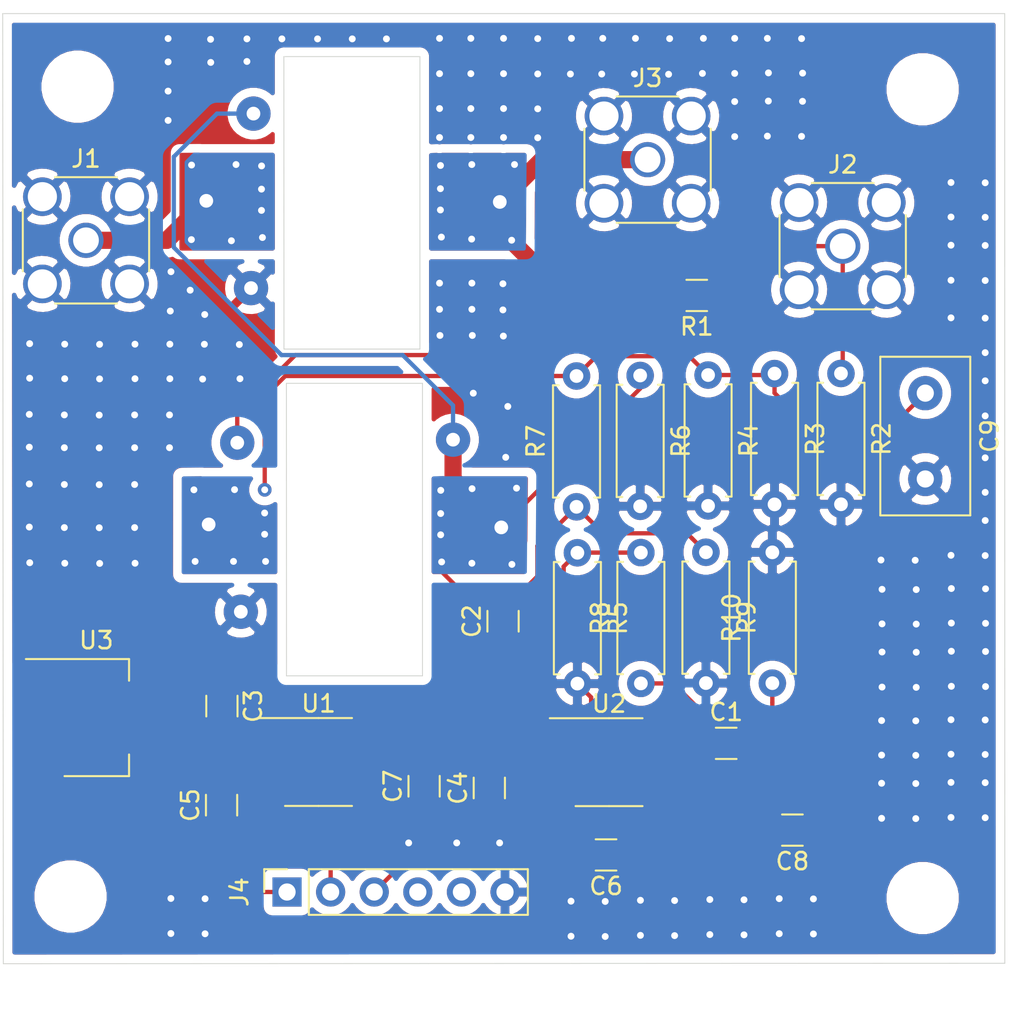
<source format=kicad_pcb>
(kicad_pcb (version 20171130) (host pcbnew "(5.1.5)-3")
  (layers (0 F.Cu signal) (31 B.Cu signal) (34 B.Paste user) (35 F.Paste user) (36 B.SilkS user) (37 F.SilkS user) (38 B.Mask user) (39 F.Mask user) (44 Edge.Cuts user))
  (net 0 "")
  (net 1 "Net-(C1-Pad2)")
  (net 2 "Net-(C1-Pad1)")
  (net 3 "Net-(C2-Pad1)")
  (net 4 "Net-(C2-Pad2)")
  (net 5 GND)
  (net 6 "Net-(C3-Pad2)")
  (net 7 "Net-(C4-Pad2)")
  (net 8 "Net-(C5-Pad2)")
  (net 9 "Net-(C6-Pad2)")
  (net 10 V33)
  (net 11 "Net-(J1-Pad1)")
  (net 12 "Net-(J2-Pad1)")
  (net 13 "Net-(J3-Pad1)")
  (net 14 "Net-(R3-Pad1)")
  (net 15 "Net-(R5-Pad1)")
  (net 16 "Net-(U1-Pad5)")
  (net 17 "Net-(U1-Pad3)")
  (net 18 "Net-(U2-Pad3)")
  (net 19 "Net-(U2-Pad5)")
  (net 20 "Net-(J4-Pad4)")
  (net 21 "Net-(J4-Pad5)")
  (net 22 "Net-(J4-Pad1)")
  (net 23 "Net-(C9-Pad1)")
  (module Capacitor_THT:C_Disc_D9.0mm_W5.0mm_P5.00mm (layer F.Cu) (at 74 44 270)
    (fp_text reference C9 (at 2.5 -3.75 90) (layer F.SilkS))
    (fp_text value 100n)
    (pad 2 thru_hole circle (at 5 0 270) (size 2 2) (drill 1) (layers *.Cu *.Mask) (net 5 GND))
    (pad 1 thru_hole circle (at 0 0 270) (size 2 2) (drill 1) (layers *.Cu *.Mask) (net 23 "Net-(C9-Pad1)"))
  )
  (module Package_TO_SOT_SMD:SOT-223-3_TabPin2 (layer F.Cu) (at 25.7 62.9)
    (fp_text reference U3 (at 0 -4.5) (layer F.SilkS))
    (fp_text value AMS1117-3.3)
    (pad 1 smd rect (at -3.15 -2.3) (size 2 1.5) (layers F.Cu F.Paste F.Mask) (net 5 GND))
    (pad 3 smd rect (at -3.15 2.3) (size 2 1.5) (layers F.Cu F.Paste F.Mask) (net 22 "Net-(J4-Pad1)"))
    (pad 2 smd rect (at -3.15 0) (size 2 1.5) (layers F.Cu F.Paste F.Mask) (net 10 V33))
    (pad 2 smd rect (at 3.15 0) (size 2 3.8) (layers F.Cu F.Paste F.Mask) (net 10 V33))
  )
  (module Resistor_SMD:R_1206_3216Metric_Pad1.42x1.75mm_HandSolder (layer F.Cu) (at 60.68568 38.30828 180)
    (fp_text reference R1 (at 0 -1.82) (layer F.SilkS))
    (fp_text value 22k)
    (pad 2 smd roundrect (at 1.4875 0 180) (size 1.425 1.75) (layers F.Cu F.Paste F.Mask) (roundrect_rratio 0.175439) (net 13 "Net-(J3-Pad1)"))
    (pad 1 smd roundrect (at -1.4875 0 180) (size 1.425 1.75) (layers F.Cu F.Paste F.Mask) (roundrect_rratio 0.175439) (net 12 "Net-(J2-Pad1)"))
  )
  (module Capacitor_SMD:C_1206_3216Metric_Pad1.42x1.75mm_HandSolder (layer F.Cu) (at 66.25844 69.45376 180)
    (fp_text reference C8 (at 0 -1.82) (layer F.SilkS))
    (fp_text value 100n)
    (pad 2 smd roundrect (at 1.4875 0 180) (size 1.425 1.75) (layers F.Cu F.Paste F.Mask) (roundrect_rratio 0.175439) (net 10 V33))
    (pad 1 smd roundrect (at -1.4875 0 180) (size 1.425 1.75) (layers F.Cu F.Paste F.Mask) (roundrect_rratio 0.175439) (net 5 GND))
  )
  (module Capacitor_SMD:C_1206_3216Metric_Pad1.42x1.75mm_HandSolder (layer F.Cu) (at 44.8 66.9 90)
    (fp_text reference C7 (at 0 -1.82 90) (layer F.SilkS))
    (fp_text value 100n)
    (pad 2 smd roundrect (at 1.4875 0 90) (size 1.425 1.75) (layers F.Cu F.Paste F.Mask) (roundrect_rratio 0.175439) (net 10 V33))
    (pad 1 smd roundrect (at -1.4875 0 90) (size 1.425 1.75) (layers F.Cu F.Paste F.Mask) (roundrect_rratio 0.175439) (net 5 GND))
  )
  (module Capacitor_SMD:C_1206_3216Metric_Pad1.42x1.75mm_HandSolder (layer F.Cu) (at 55.4 70.9 180)
    (fp_text reference C6 (at 0 -1.82) (layer F.SilkS))
    (fp_text value 10n)
    (pad 2 smd roundrect (at 1.4875 0 180) (size 1.425 1.75) (layers F.Cu F.Paste F.Mask) (roundrect_rratio 0.175439) (net 9 "Net-(C6-Pad2)"))
    (pad 1 smd roundrect (at -1.4875 0 180) (size 1.425 1.75) (layers F.Cu F.Paste F.Mask) (roundrect_rratio 0.175439) (net 5 GND))
  )
  (module Capacitor_SMD:C_1206_3216Metric_Pad1.42x1.75mm_HandSolder (layer F.Cu) (at 33 68 90)
    (fp_text reference C5 (at 0 -1.82 90) (layer F.SilkS))
    (fp_text value 100n)
    (pad 2 smd roundrect (at 1.4875 0 90) (size 1.425 1.75) (layers F.Cu F.Paste F.Mask) (roundrect_rratio 0.175439) (net 8 "Net-(C5-Pad2)"))
    (pad 1 smd roundrect (at -1.4875 0 90) (size 1.425 1.75) (layers F.Cu F.Paste F.Mask) (roundrect_rratio 0.175439) (net 5 GND))
  )
  (module Capacitor_SMD:C_1206_3216Metric_Pad1.42x1.75mm_HandSolder (layer F.Cu) (at 48.6 67 90)
    (fp_text reference C4 (at 0 -1.82 90) (layer F.SilkS))
    (fp_text value 100n)
    (pad 2 smd roundrect (at 1.4875 0 90) (size 1.425 1.75) (layers F.Cu F.Paste F.Mask) (roundrect_rratio 0.175439) (net 7 "Net-(C4-Pad2)"))
    (pad 1 smd roundrect (at -1.4875 0 90) (size 1.425 1.75) (layers F.Cu F.Paste F.Mask) (roundrect_rratio 0.175439) (net 5 GND))
  )
  (module Capacitor_SMD:C_1206_3216Metric_Pad1.42x1.75mm_HandSolder (layer F.Cu) (at 33.02 62.23 270)
    (fp_text reference C3 (at 0 -1.82 90) (layer F.SilkS))
    (fp_text value 100n)
    (pad 2 smd roundrect (at 1.4875 0 270) (size 1.425 1.75) (layers F.Cu F.Paste F.Mask) (roundrect_rratio 0.175439) (net 6 "Net-(C3-Pad2)"))
    (pad 1 smd roundrect (at -1.4875 0 270) (size 1.425 1.75) (layers F.Cu F.Paste F.Mask) (roundrect_rratio 0.175439) (net 5 GND))
  )
  (module Capacitor_SMD:C_1206_3216Metric_Pad1.42x1.75mm_HandSolder (layer F.Cu) (at 49.4 57.2875 90)
    (fp_text reference C2 (at 0 -1.82 90) (layer F.SilkS))
    (fp_text value 100n)
    (pad 2 smd roundrect (at 1.4875 0 90) (size 1.425 1.75) (layers F.Cu F.Paste F.Mask) (roundrect_rratio 0.175439) (net 4 "Net-(C2-Pad2)"))
    (pad 1 smd roundrect (at -1.4875 0 90) (size 1.425 1.75) (layers F.Cu F.Paste F.Mask) (roundrect_rratio 0.175439) (net 3 "Net-(C2-Pad1)"))
  )
  (module Capacitor_SMD:C_1206_3216Metric_Pad1.42x1.75mm_HandSolder (layer F.Cu) (at 62.4 64.4)
    (fp_text reference C1 (at 0 -1.82) (layer F.SilkS))
    (fp_text value 100n)
    (pad 2 smd roundrect (at 1.4875 0) (size 1.425 1.75) (layers F.Cu F.Paste F.Mask) (roundrect_rratio 0.175439) (net 1 "Net-(C1-Pad2)"))
    (pad 1 smd roundrect (at -1.4875 0) (size 1.425 1.75) (layers F.Cu F.Paste F.Mask) (roundrect_rratio 0.175439) (net 2 "Net-(C1-Pad1)"))
  )
  (module Connector_Wire:SolderWirePad_1x01_Drill0.8mm (layer F.Cu) (at 46.48708 46.7106)
    (fp_text reference " " (at 0 -2.54) (layer F.SilkS))
    (fp_text value " ")
    (pad 1 thru_hole circle (at 0 0) (size 1.99898 1.99898) (drill 0.8001) (layers *.Cu *.Mask) (net 15 "Net-(R5-Pad1)"))
  )
  (module Connector_Wire:SolderWirePad_1x01_Drill0.8mm (layer F.Cu) (at 34.85896 27.71648)
    (fp_text reference " " (at 0 -2.54) (layer F.SilkS))
    (fp_text value " ")
    (pad 1 thru_hole circle (at 0 0) (size 1.99898 1.99898) (drill 0.8001) (layers *.Cu *.Mask) (net 15 "Net-(R5-Pad1)"))
  )
  (module Connector_Wire:SolderWirePad_1x01_Drill0.8mm (layer F.Cu) (at 34.71672 37.88156)
    (fp_text reference " " (at 0 -2.54) (layer F.SilkS))
    (fp_text value " ")
    (pad 1 thru_hole circle (at 0 0) (size 1.99898 1.99898) (drill 0.8001) (layers *.Cu *.Mask) (net 5 GND))
  )
  (module Connector_Wire:SolderWirePad_1x01_Drill0.8mm (layer F.Cu) (at 33.91408 46.8884)
    (fp_text reference " " (at 0 -2.54) (layer F.SilkS))
    (fp_text value " ")
    (pad 1 thru_hole circle (at 0 0) (size 1.99898 1.99898) (drill 0.8001) (layers *.Cu *.Mask) (net 13 "Net-(J3-Pad1)"))
  )
  (module Connector_Wire:SolderWirePad_1x01_Drill0.8mm (layer F.Cu) (at 34.12236 56.73344)
    (fp_text reference " " (at 0 -2.54) (layer F.SilkS))
    (fp_text value " ")
    (pad 1 thru_hole circle (at 0 0) (size 1.99898 1.99898) (drill 0.8001) (layers *.Cu *.Mask) (net 5 GND))
  )
  (module Connector_Wire:SolderWirePad_1x01_Drill0.8mm (layer F.Cu) (at 32.11068 32.79648)
    (fp_text reference " " (at 0 -2.54) (layer F.SilkS))
    (fp_text value " ")
    (pad 1 thru_hole circle (at 0 0) (size 1.99898 1.99898) (drill 0.8001) (layers *.Cu *.Mask) (net 11 "Net-(J1-Pad1)"))
  )
  (module Connector_Wire:SolderWirePad_1x01_Drill0.8mm (layer F.Cu) (at 32.24784 51.64836)
    (fp_text reference " " (at 0 -2.54) (layer F.SilkS))
    (fp_text value " ")
    (pad 1 thru_hole circle (at 0 0) (size 1.99898 1.99898) (drill 0.8001) (layers *.Cu *.Mask) (net 14 "Net-(R3-Pad1)"))
  )
  (module Connector_Wire:SolderWirePad_1x01_Drill0.8mm (layer F.Cu) (at 49.29632 51.82108)
    (fp_text reference " " (at 0 -2.54) (layer F.SilkS))
    (fp_text value " ")
    (pad 1 thru_hole circle (at 0 0) (size 1.99898 1.99898) (drill 0.8001) (layers *.Cu *.Mask) (net 15 "Net-(R5-Pad1)"))
  )
  (module Connector_Wire:SolderWirePad_1x01_Drill0.8mm (layer F.Cu) (at 49.20996 32.86252)
    (fp_text reference " " (at 0 -2.54) (layer F.SilkS))
    (fp_text value " ")
    (pad 1 thru_hole circle (at 0 0) (size 1.99898 1.99898) (drill 0.8001) (layers *.Cu *.Mask) (net 13 "Net-(J3-Pad1)"))
  )
  (module MountingHole:MountingHole_3.2mm_M3 (layer F.Cu) (at 73.84796 26.29916)
    (fp_text reference " " (at 0 -4.2) (layer F.SilkS))
    (fp_text value " ")
    (pad 1 np_thru_hole circle (at 0 0) (size 3.2 3.2) (drill 3.2) (layers *.Cu *.Mask))
  )
  (module MountingHole:MountingHole_3.2mm_M3 (layer F.Cu) (at 73.84796 73.41108)
    (fp_text reference " " (at 0 -4.2) (layer F.SilkS))
    (fp_text value " ")
    (pad 1 np_thru_hole circle (at 0 0) (size 3.2 3.2) (drill 3.2) (layers *.Cu *.Mask))
  )
  (module MountingHole:MountingHole_3.2mm_M3 (layer F.Cu) (at 24.20112 73.31964)
    (fp_text reference " " (at 0 -4.2) (layer F.SilkS))
    (fp_text value " ")
    (pad 1 np_thru_hole circle (at 0 0) (size 3.2 3.2) (drill 3.2) (layers *.Cu *.Mask))
  )
  (module MountingHole:MountingHole_3.2mm_M3 (layer F.Cu) (at 24.6126 26.14676)
    (fp_text reference " " (at 0 -4.2) (layer F.SilkS))
    (fp_text value " ")
    (pad 1 np_thru_hole circle (at 0 0) (size 3.2 3.2) (drill 3.2) (layers *.Cu *.Mask))
  )
  (module Resistor_THT:R_Axial_DIN0207_L6.3mm_D2.5mm_P7.62mm_Horizontal (layer F.Cu) (at 65.09004 60.89396 90)
    (fp_text reference R10 (at 3.81 -2.37 90) (layer F.SilkS))
    (fp_text value 24)
    (pad 2 thru_hole oval (at 7.62 0 90) (size 1.6 1.6) (drill 0.8) (layers *.Cu *.Mask) (net 5 GND))
    (pad 1 thru_hole circle (at 0 0 90) (size 1.6 1.6) (drill 0.8) (layers *.Cu *.Mask) (net 1 "Net-(C1-Pad2)"))
  )
  (module Resistor_THT:R_Axial_DIN0207_L6.3mm_D2.5mm_P7.62mm_Horizontal (layer F.Cu) (at 61.21908 53.26888 270)
    (fp_text reference R9 (at 3.81 -2.37 90) (layer F.SilkS))
    (fp_text value 24)
    (pad 2 thru_hole oval (at 7.62 0 270) (size 1.6 1.6) (drill 0.8) (layers *.Cu *.Mask) (net 5 GND))
    (pad 1 thru_hole circle (at 0 0 270) (size 1.6 1.6) (drill 0.8) (layers *.Cu *.Mask) (net 4 "Net-(C2-Pad2)"))
  )
  (module Resistor_THT:R_Axial_DIN0207_L6.3mm_D2.5mm_P7.62mm_Horizontal (layer F.Cu) (at 57.4294 60.9092 90)
    (fp_text reference R8 (at 3.81 -2.37 90) (layer F.SilkS))
    (fp_text value 127)
    (pad 2 thru_hole oval (at 7.62 0 90) (size 1.6 1.6) (drill 0.8) (layers *.Cu *.Mask) (net 15 "Net-(R5-Pad1)"))
    (pad 1 thru_hole circle (at 0 0 90) (size 1.6 1.6) (drill 0.8) (layers *.Cu *.Mask) (net 1 "Net-(C1-Pad2)"))
  )
  (module Resistor_THT:R_Axial_DIN0207_L6.3mm_D2.5mm_P7.62mm_Horizontal (layer F.Cu) (at 53.68036 50.6222 90)
    (fp_text reference R7 (at 3.81 -2.37 90) (layer F.SilkS))
    (fp_text value 127)
    (pad 2 thru_hole oval (at 7.62 0 90) (size 1.6 1.6) (drill 0.8) (layers *.Cu *.Mask) (net 23 "Net-(C9-Pad1)"))
    (pad 1 thru_hole circle (at 0 0 90) (size 1.6 1.6) (drill 0.8) (layers *.Cu *.Mask) (net 4 "Net-(C2-Pad2)"))
  )
  (module Resistor_THT:R_Axial_DIN0207_L6.3mm_D2.5mm_P7.62mm_Horizontal (layer F.Cu) (at 57.38876 42.97172 270)
    (fp_text reference R6 (at 3.81 -2.37 90) (layer F.SilkS))
    (fp_text value 150)
    (pad 2 thru_hole oval (at 7.62 0 270) (size 1.6 1.6) (drill 0.8) (layers *.Cu *.Mask) (net 5 GND))
    (pad 1 thru_hole circle (at 0 0 270) (size 1.6 1.6) (drill 0.8) (layers *.Cu *.Mask) (net 15 "Net-(R5-Pad1)"))
  )
  (module Resistor_THT:R_Axial_DIN0207_L6.3mm_D2.5mm_P7.62mm_Horizontal (layer F.Cu) (at 53.73116 53.29936 270)
    (fp_text reference R5 (at 3.81 -2.37 90) (layer F.SilkS))
    (fp_text value 150)
    (pad 2 thru_hole oval (at 7.62 0 270) (size 1.6 1.6) (drill 0.8) (layers *.Cu *.Mask) (net 5 GND))
    (pad 1 thru_hole circle (at 0 0 270) (size 1.6 1.6) (drill 0.8) (layers *.Cu *.Mask) (net 15 "Net-(R5-Pad1)"))
  )
  (module Resistor_THT:R_Axial_DIN0207_L6.3mm_D2.5mm_P7.62mm_Horizontal (layer F.Cu) (at 61.34608 42.94632 270)
    (fp_text reference R4 (at 3.81 -2.37 90) (layer F.SilkS))
    (fp_text value 150)
    (pad 2 thru_hole oval (at 7.62 0 270) (size 1.6 1.6) (drill 0.8) (layers *.Cu *.Mask) (net 5 GND))
    (pad 1 thru_hole circle (at 0 0 270) (size 1.6 1.6) (drill 0.8) (layers *.Cu *.Mask) (net 23 "Net-(C9-Pad1)"))
  )
  (module Resistor_THT:R_Axial_DIN0207_L6.3mm_D2.5mm_P7.62mm_Horizontal (layer F.Cu) (at 65.21704 42.85996 270)
    (fp_text reference R3 (at 3.81 -2.37 90) (layer F.SilkS))
    (fp_text value 150)
    (pad 2 thru_hole oval (at 7.62 0 270) (size 1.6 1.6) (drill 0.8) (layers *.Cu *.Mask) (net 5 GND))
    (pad 1 thru_hole circle (at 0 0 270) (size 1.6 1.6) (drill 0.8) (layers *.Cu *.Mask) (net 23 "Net-(C9-Pad1)"))
  )
  (module Resistor_THT:R_Axial_DIN0207_L6.3mm_D2.5mm_P7.62mm_Horizontal (layer F.Cu) (at 69.088 42.85488 270)
    (fp_text reference R2 (at 3.81 -2.37 90) (layer F.SilkS))
    (fp_text value 2.2k)
    (pad 2 thru_hole oval (at 7.62 0 270) (size 1.6 1.6) (drill 0.8) (layers *.Cu *.Mask) (net 5 GND))
    (pad 1 thru_hole circle (at 0 0 270) (size 1.6 1.6) (drill 0.8) (layers *.Cu *.Mask) (net 12 "Net-(J2-Pad1)"))
  )
  (module Connector_Coaxial:SMA_Amphenol_132134_Vertical (layer F.Cu) (at 69.1896 35.43808)
    (fp_text reference J2 (at 0 -4.75) (layer F.SilkS))
    (fp_text value Probe)
    (pad 1 thru_hole circle (at 0 0) (size 2.05 2.05) (drill 1.5) (layers *.Cu *.Mask) (net 12 "Net-(J2-Pad1)"))
    (pad 2 thru_hole circle (at 2.54 2.54) (size 2.25 2.25) (drill 1.7) (layers *.Cu *.Mask) (net 5 GND))
    (pad 2 thru_hole circle (at 2.54 -2.54) (size 2.25 2.25) (drill 1.7) (layers *.Cu *.Mask) (net 5 GND))
    (pad 2 thru_hole circle (at -2.54 -2.54) (size 2.25 2.25) (drill 1.7) (layers *.Cu *.Mask) (net 5 GND))
    (pad 2 thru_hole circle (at -2.54 2.54) (size 2.25 2.25) (drill 1.7) (layers *.Cu *.Mask) (net 5 GND))
  )
  (module Connector_Coaxial:SMA_Amphenol_132134_Vertical (layer F.Cu) (at 57.82056 30.39872)
    (fp_text reference J3 (at 0 -4.75) (layer F.SilkS))
    (fp_text value Ant)
    (pad 2 thru_hole circle (at -2.54 2.54) (size 2.25 2.25) (drill 1.7) (layers *.Cu *.Mask) (net 5 GND))
    (pad 2 thru_hole circle (at -2.54 -2.54) (size 2.25 2.25) (drill 1.7) (layers *.Cu *.Mask) (net 5 GND))
    (pad 2 thru_hole circle (at 2.54 -2.54) (size 2.25 2.25) (drill 1.7) (layers *.Cu *.Mask) (net 5 GND))
    (pad 2 thru_hole circle (at 2.54 2.54) (size 2.25 2.25) (drill 1.7) (layers *.Cu *.Mask) (net 5 GND))
    (pad 1 thru_hole circle (at 0 0) (size 2.05 2.05) (drill 1.5) (layers *.Cu *.Mask) (net 13 "Net-(J3-Pad1)"))
  )
  (module Package_SO:SOIC-8_3.9x4.9mm_P1.27mm (layer F.Cu) (at 38.64864 65.48628)
    (fp_text reference U1 (at 0 -3.4) (layer F.SilkS))
    (fp_text value AD8307)
    (pad 8 smd roundrect (at 2.475 -1.905) (size 1.95 0.6) (layers F.Cu F.Paste F.Mask) (net 3 "Net-(C2-Pad1)"))
    (pad 7 smd roundrect (at 2.475 -0.635) (size 1.95 0.6) (layers F.Cu F.Paste F.Mask) (net 10 V33))
    (pad 6 smd roundrect (at 2.475 0.635) (size 1.95 0.6) (layers F.Cu F.Paste F.Mask) (net 10 V33))
    (pad 5 smd roundrect (at 2.475 1.905) (size 1.95 0.6) (layers F.Cu F.Paste F.Mask) (net 16 "Net-(U1-Pad5)"))
    (pad 4 smd roundrect (at -2.475 1.905) (size 1.95 0.6) (layers F.Cu F.Paste F.Mask) (net 8 "Net-(C5-Pad2)"))
    (pad 3 smd roundrect (at -2.475 0.635) (size 1.95 0.6) (layers F.Cu F.Paste F.Mask) (net 17 "Net-(U1-Pad3)"))
    (pad 2 smd roundrect (at -2.475 -0.635) (size 1.95 0.6) (layers F.Cu F.Paste F.Mask) (net 5 GND))
    (pad 1 smd roundrect (at -2.475 -1.905) (size 1.95 0.6) (layers F.Cu F.Paste F.Mask) (net 6 "Net-(C3-Pad2)"))
  )
  (module Package_SO:SOIC-8_3.9x4.9mm_P1.27mm (layer F.Cu) (at 55.5752 65.49644)
    (fp_text reference U2 (at 0 -3.4) (layer F.SilkS))
    (fp_text value AD8307)
    (pad 1 smd roundrect (at -2.475 -1.905) (size 1.95 0.6) (layers F.Cu F.Paste F.Mask) (net 7 "Net-(C4-Pad2)"))
    (pad 2 smd roundrect (at -2.475 -0.635) (size 1.95 0.6) (layers F.Cu F.Paste F.Mask) (net 5 GND))
    (pad 3 smd roundrect (at -2.475 0.635) (size 1.95 0.6) (layers F.Cu F.Paste F.Mask) (net 18 "Net-(U2-Pad3)"))
    (pad 4 smd roundrect (at -2.475 1.905) (size 1.95 0.6) (layers F.Cu F.Paste F.Mask) (net 9 "Net-(C6-Pad2)"))
    (pad 5 smd roundrect (at 2.475 1.905) (size 1.95 0.6) (layers F.Cu F.Paste F.Mask) (net 19 "Net-(U2-Pad5)"))
    (pad 6 smd roundrect (at 2.475 0.635) (size 1.95 0.6) (layers F.Cu F.Paste F.Mask) (net 10 V33))
    (pad 7 smd roundrect (at 2.475 -0.635) (size 1.95 0.6) (layers F.Cu F.Paste F.Mask) (net 10 V33))
    (pad 8 smd roundrect (at 2.475 -1.905) (size 1.95 0.6) (layers F.Cu F.Paste F.Mask) (net 2 "Net-(C1-Pad1)"))
  )
  (module Connector_Coaxial:SMA_Amphenol_132134_Vertical (layer F.Cu) (at 25.10028 35.09772)
    (fp_text reference J1 (at 0 -4.75) (layer F.SilkS))
    (fp_text value TX)
    (pad 1 thru_hole circle (at 0 0) (size 2.05 2.05) (drill 1.5) (layers *.Cu *.Mask) (net 11 "Net-(J1-Pad1)"))
    (pad 2 thru_hole circle (at 2.54 2.54) (size 2.25 2.25) (drill 1.7) (layers *.Cu *.Mask) (net 5 GND))
    (pad 2 thru_hole circle (at 2.54 -2.54) (size 2.25 2.25) (drill 1.7) (layers *.Cu *.Mask) (net 5 GND))
    (pad 2 thru_hole circle (at -2.54 -2.54) (size 2.25 2.25) (drill 1.7) (layers *.Cu *.Mask) (net 5 GND))
    (pad 2 thru_hole circle (at -2.54 2.54) (size 2.25 2.25) (drill 1.7) (layers *.Cu *.Mask) (net 5 GND))
  )
  (module Connector_PinSocket_2.54mm:PinSocket_1x06_P2.54mm_Vertical (layer F.Cu) (at 36.81476 73.06056 90)
    (fp_text reference J4 (at 0 -2.77 90) (layer F.SilkS))
    (fp_text value Conn_01x06_Female)
    (pad 1 thru_hole rect (at 0 0 90) (size 1.7 1.7) (drill 1) (layers *.Cu *.Mask) (net 22 "Net-(J4-Pad1)"))
    (pad 2 thru_hole oval (at 0 2.54 90) (size 1.7 1.7) (drill 1) (layers *.Cu *.Mask) (net 8 "Net-(C5-Pad2)"))
    (pad 3 thru_hole oval (at 0 5.08 90) (size 1.7 1.7) (drill 1) (layers *.Cu *.Mask) (net 9 "Net-(C6-Pad2)"))
    (pad 4 thru_hole oval (at 0 7.62 90) (size 1.7 1.7) (drill 1) (layers *.Cu *.Mask) (net 20 "Net-(J4-Pad4)"))
    (pad 5 thru_hole oval (at 0 10.16 90) (size 1.7 1.7) (drill 1) (layers *.Cu *.Mask) (net 21 "Net-(J4-Pad5)"))
    (pad 6 thru_hole oval (at 0 12.7 90) (size 1.7 1.7) (drill 1) (layers *.Cu *.Mask) (net 5 GND))
  )
  (gr_line (start 36.7792 43.42892) (end 36.78428 60.46724) (layer Edge.Cuts) (width 0.05))
  (gr_line (start 44.704 60.46724) (end 44.704 43.42892) (layer Edge.Cuts) (width 0.05))
  (gr_line (start 44.704 43.42892) (end 36.7792 43.42892) (layer Edge.Cuts) (width 0.05))
  (gr_line (start 36.78428 60.46724) (end 44.704 60.46724) (layer Edge.Cuts) (width 0.05))
  (gr_line (start 44.55668 24.39416) (end 36.63188 24.39416) (layer Edge.Cuts) (width 0.05))
  (gr_line (start 44.55668 41.43248) (end 44.55668 24.39416) (layer Edge.Cuts) (width 0.05))
  (gr_line (start 36.63696 41.43248) (end 44.55668 41.43248) (layer Edge.Cuts) (width 0.05))
  (gr_line (start 36.63188 24.39416) (end 36.63696 41.43248) (layer Edge.Cuts) (width 0.05))
  (gr_line (start 20.28444 77.23632) (end 20.24888 21.88972) (layer Edge.Cuts) (width 0.05))
  (gr_line (start 78.63332 77.21092) (end 20.28444 77.23632) (layer Edge.Cuts) (width 0.05))
  (gr_line (start 78.62824 21.88972) (end 78.63332 77.21092) (layer Edge.Cuts) (width 0.05))
  (gr_line (start 20.24888 21.88972) (end 78.62824 21.88972) (layer Edge.Cuts) (width 0.05))
  (segment (start 65.09004 62.02533) (end 65.09004 60.89396) (width 0.25) (layer F.Cu) (net 1))
  (segment (start 65.09004 63.90996) (end 65.09004 62.02533) (width 0.25) (layer F.Cu) (net 1))
  (segment (start 64.6 64.4) (end 65.09004 63.90996) (width 0.25) (layer F.Cu) (net 1))
  (segment (start 63.8875 64.4) (end 64.6 64.4) (width 0.25) (layer F.Cu) (net 1))
  (segment (start 63.175 64.4) (end 63.8875 64.4) (width 0.25) (layer F.Cu) (net 1))
  (segment (start 62.81319 64.4) (end 63.175 64.4) (width 0.25) (layer F.Cu) (net 1))
  (segment (start 59.32239 60.9092) (end 62.81319 64.4) (width 0.25) (layer F.Cu) (net 1))
  (segment (start 57.4294 60.9092) (end 59.32239 60.9092) (width 0.25) (layer F.Cu) (net 1))
  (segment (start 60.2 64.4) (end 60.9125 64.4) (width 0.25) (layer F.Cu) (net 2))
  (segment (start 59.69144 63.89144) (end 60.2 64.4) (width 0.25) (layer F.Cu) (net 2))
  (segment (start 58.3502 63.89144) (end 59.69144 63.89144) (width 0.25) (layer F.Cu) (net 2))
  (segment (start 58.0502 63.59144) (end 58.3502 63.89144) (width 0.25) (layer F.Cu) (net 2))
  (segment (start 49.4 59.4875) (end 49.4 58.775) (width 0.25) (layer F.Cu) (net 3))
  (segment (start 41.42364 63.28128) (end 45.60622 63.28128) (width 0.25) (layer F.Cu) (net 3))
  (segment (start 45.60622 63.28128) (end 49.4 59.4875) (width 0.25) (layer F.Cu) (net 3))
  (segment (start 41.12364 63.58128) (end 41.42364 63.28128) (width 0.25) (layer F.Cu) (net 3))
  (segment (start 60.419081 52.468881) (end 61.21908 53.26888) (width 0.25) (layer F.Cu) (net 4))
  (segment (start 60.114399 52.164199) (end 60.419081 52.468881) (width 0.25) (layer F.Cu) (net 4))
  (segment (start 55.222359 52.164199) (end 60.114399 52.164199) (width 0.25) (layer F.Cu) (net 4))
  (segment (start 53.68036 50.6222) (end 55.222359 52.164199) (width 0.25) (layer F.Cu) (net 4))
  (segment (start 50.275 55.8) (end 51.4 54.675) (width 0.25) (layer F.Cu) (net 4))
  (segment (start 49.4 55.8) (end 50.275 55.8) (width 0.25) (layer F.Cu) (net 4))
  (segment (start 51.4 54.675) (end 51.4 52.90256) (width 0.25) (layer F.Cu) (net 4))
  (segment (start 51.4 52.90256) (end 53.68036 50.6222) (width 0.25) (layer F.Cu) (net 4))
  (segment (start 54.531159 63.807249) (end 54.531159 61.719359) (width 0.25) (layer F.Cu) (net 5))
  (segment (start 53.776968 64.56144) (end 54.531159 63.807249) (width 0.25) (layer F.Cu) (net 5))
  (segment (start 53.4002 64.56144) (end 53.776968 64.56144) (width 0.25) (layer F.Cu) (net 5))
  (segment (start 54.531159 61.719359) (end 53.73116 60.91936) (width 0.25) (layer F.Cu) (net 5))
  (segment (start 53.1002 64.86144) (end 53.4002 64.56144) (width 0.25) (layer F.Cu) (net 5))
  (via (at 45.72508 40.64) (size 0.8) (drill 0.4) (layers F.Cu B.Cu) (net 5))
  (via (at 45.69968 39.116) (size 0.8) (drill 0.4) (layers F.Cu B.Cu) (net 5))
  (via (at 45.69968 37.592) (size 0.8) (drill 0.4) (layers F.Cu B.Cu) (net 5))
  (via (at 45.69968 27.42184) (size 0.8) (drill 0.4) (layers F.Cu B.Cu) (net 5))
  (via (at 45.69968 25.38984) (size 0.8) (drill 0.4) (layers F.Cu B.Cu) (net 5))
  (via (at 45.69968 23.33244) (size 0.8) (drill 0.4) (layers F.Cu B.Cu) (net 5))
  (via (at 42.60596 23.36292) (size 0.8) (drill 0.4) (layers F.Cu B.Cu) (net 5))
  (via (at 40.6146 23.36292) (size 0.8) (drill 0.4) (layers F.Cu B.Cu) (net 5))
  (via (at 38.59276 23.36292) (size 0.8) (drill 0.4) (layers F.Cu B.Cu) (net 5))
  (via (at 36.51504 23.36292) (size 0.8) (drill 0.4) (layers F.Cu B.Cu) (net 5))
  (via (at 34.47796 23.36292) (size 0.8) (drill 0.4) (layers F.Cu B.Cu) (net 5))
  (via (at 32.3596 23.38832) (size 0.8) (drill 0.4) (layers F.Cu B.Cu) (net 5))
  (via (at 29.88564 23.3426) (size 0.8) (drill 0.4) (layers F.Cu B.Cu) (net 5))
  (via (at 34.47796 24.67864) (size 0.8) (drill 0.4) (layers F.Cu B.Cu) (net 5))
  (via (at 32.36976 24.73452) (size 0.8) (drill 0.4) (layers F.Cu B.Cu) (net 5))
  (via (at 29.88564 24.70404) (size 0.8) (drill 0.4) (layers F.Cu B.Cu) (net 5))
  (via (at 29.88564 26.40584) (size 0.8) (drill 0.4) (layers F.Cu B.Cu) (net 5))
  (via (at 29.88564 28.11272) (size 0.8) (drill 0.4) (layers F.Cu B.Cu) (net 5))
  (via (at 21.8186 41.11752) (size 0.8) (drill 0.4) (layers F.Cu B.Cu) (net 5))
  (via (at 23.86076 41.148) (size 0.8) (drill 0.4) (layers F.Cu B.Cu) (net 5))
  (via (at 25.89276 41.15816) (size 0.8) (drill 0.4) (layers F.Cu B.Cu) (net 5))
  (via (at 27.95524 41.148) (size 0.8) (drill 0.4) (layers F.Cu B.Cu) (net 5))
  (via (at 29.98724 41.148) (size 0.8) (drill 0.4) (layers F.Cu B.Cu) (net 5))
  (via (at 27.95524 43.15968) (size 0.8) (drill 0.4) (layers F.Cu B.Cu) (net 5))
  (via (at 29.98724 43.15968) (size 0.8) (drill 0.4) (layers F.Cu B.Cu) (net 5))
  (via (at 23.86076 43.15968) (size 0.8) (drill 0.4) (layers F.Cu B.Cu) (net 5))
  (via (at 25.89276 43.16984) (size 0.8) (drill 0.4) (layers F.Cu B.Cu) (net 5))
  (via (at 21.8186 43.1292) (size 0.8) (drill 0.4) (layers F.Cu B.Cu) (net 5))
  (via (at 23.84044 45.26788) (size 0.8) (drill 0.4) (layers F.Cu B.Cu) (net 5))
  (via (at 25.87244 45.27804) (size 0.8) (drill 0.4) (layers F.Cu B.Cu) (net 5))
  (via (at 21.79828 45.2374) (size 0.8) (drill 0.4) (layers F.Cu B.Cu) (net 5))
  (via (at 27.93492 45.26788) (size 0.8) (drill 0.4) (layers F.Cu B.Cu) (net 5))
  (via (at 29.96692 45.26788) (size 0.8) (drill 0.4) (layers F.Cu B.Cu) (net 5))
  (via (at 21.79828 47.14748) (size 0.8) (drill 0.4) (layers F.Cu B.Cu) (net 5))
  (via (at 25.87244 47.18812) (size 0.8) (drill 0.4) (layers F.Cu B.Cu) (net 5))
  (via (at 27.93492 47.17796) (size 0.8) (drill 0.4) (layers F.Cu B.Cu) (net 5))
  (via (at 29.96692 47.17796) (size 0.8) (drill 0.4) (layers F.Cu B.Cu) (net 5))
  (via (at 23.84044 47.17796) (size 0.8) (drill 0.4) (layers F.Cu B.Cu) (net 5))
  (via (at 23.84044 49.32172) (size 0.8) (drill 0.4) (layers F.Cu B.Cu) (net 5))
  (via (at 21.79828 49.29124) (size 0.8) (drill 0.4) (layers F.Cu B.Cu) (net 5))
  (via (at 25.87244 49.33188) (size 0.8) (drill 0.4) (layers F.Cu B.Cu) (net 5))
  (via (at 27.93492 49.32172) (size 0.8) (drill 0.4) (layers F.Cu B.Cu) (net 5))
  (via (at 21.79828 51.80076) (size 0.8) (drill 0.4) (layers F.Cu B.Cu) (net 5))
  (via (at 27.93492 51.83124) (size 0.8) (drill 0.4) (layers F.Cu B.Cu) (net 5))
  (via (at 25.87244 51.8414) (size 0.8) (drill 0.4) (layers F.Cu B.Cu) (net 5))
  (via (at 23.84044 51.83124) (size 0.8) (drill 0.4) (layers F.Cu B.Cu) (net 5))
  (via (at 27.96032 53.90896) (size 0.8) (drill 0.4) (layers F.Cu B.Cu) (net 5))
  (via (at 21.82368 53.87848) (size 0.8) (drill 0.4) (layers F.Cu B.Cu) (net 5))
  (via (at 25.89784 53.91912) (size 0.8) (drill 0.4) (layers F.Cu B.Cu) (net 5))
  (via (at 23.86584 53.90896) (size 0.8) (drill 0.4) (layers F.Cu B.Cu) (net 5))
  (via (at 47.5234 25.38984) (size 0.8) (drill 0.4) (layers F.Cu B.Cu) (net 5))
  (via (at 47.5234 23.33244) (size 0.8) (drill 0.4) (layers F.Cu B.Cu) (net 5))
  (via (at 47.5234 27.42184) (size 0.8) (drill 0.4) (layers F.Cu B.Cu) (net 5))
  (via (at 49.4284 23.33244) (size 0.8) (drill 0.4) (layers F.Cu B.Cu) (net 5))
  (via (at 49.4284 27.42184) (size 0.8) (drill 0.4) (layers F.Cu B.Cu) (net 5))
  (via (at 49.4284 25.38984) (size 0.8) (drill 0.4) (layers F.Cu B.Cu) (net 5))
  (via (at 51.41976 23.34768) (size 0.8) (drill 0.4) (layers F.Cu B.Cu) (net 5))
  (via (at 51.41976 27.43708) (size 0.8) (drill 0.4) (layers F.Cu B.Cu) (net 5))
  (via (at 51.41976 25.40508) (size 0.8) (drill 0.4) (layers F.Cu B.Cu) (net 5))
  (via (at 45.69968 29.1084) (size 0.8) (drill 0.4) (layers F.Cu B.Cu) (net 5))
  (via (at 49.4284 29.1084) (size 0.8) (drill 0.4) (layers F.Cu B.Cu) (net 5))
  (via (at 47.5234 29.1084) (size 0.8) (drill 0.4) (layers F.Cu B.Cu) (net 5))
  (via (at 51.41976 29.12364) (size 0.8) (drill 0.4) (layers F.Cu B.Cu) (net 5))
  (via (at 31.99892 41.15308) (size 0.8) (drill 0.4) (layers F.Cu B.Cu) (net 5))
  (via (at 34.036 41.16832) (size 0.8) (drill 0.4) (layers F.Cu B.Cu) (net 5))
  (via (at 32.01924 39.4208) (size 0.8) (drill 0.4) (layers F.Cu B.Cu) (net 5))
  (via (at 30.01264 39.2176) (size 0.8) (drill 0.4) (layers F.Cu B.Cu) (net 5))
  (via (at 30.05328 36.92652) (size 0.8) (drill 0.4) (layers F.Cu B.Cu) (net 5))
  (via (at 31.17088 38.00348) (size 0.8) (drill 0.4) (layers F.Cu B.Cu) (net 5))
  (via (at 31.89732 43.18) (size 0.8) (drill 0.4) (layers F.Cu B.Cu) (net 5))
  (via (at 34.07156 43.15968) (size 0.8) (drill 0.4) (layers F.Cu B.Cu) (net 5))
  (via (at 49.5554 47.73676) (size 0.8) (drill 0.4) (layers F.Cu B.Cu) (net 5))
  (via (at 49.67732 44.77512) (size 0.8) (drill 0.4) (layers F.Cu B.Cu) (net 5))
  (via (at 47.66564 44.00296) (size 0.8) (drill 0.4) (layers F.Cu B.Cu) (net 5))
  (via (at 53.38572 23.33244) (size 0.8) (drill 0.4) (layers F.Cu B.Cu) (net 5))
  (via (at 57.11444 23.33244) (size 0.8) (drill 0.4) (layers F.Cu B.Cu) (net 5))
  (via (at 55.20944 23.33244) (size 0.8) (drill 0.4) (layers F.Cu B.Cu) (net 5))
  (via (at 59.1058 23.34768) (size 0.8) (drill 0.4) (layers F.Cu B.Cu) (net 5))
  (via (at 61.07176 23.33244) (size 0.8) (drill 0.4) (layers F.Cu B.Cu) (net 5))
  (via (at 66.79184 23.34768) (size 0.8) (drill 0.4) (layers F.Cu B.Cu) (net 5))
  (via (at 62.89548 23.33244) (size 0.8) (drill 0.4) (layers F.Cu B.Cu) (net 5))
  (via (at 64.80048 23.33244) (size 0.8) (drill 0.4) (layers F.Cu B.Cu) (net 5))
  (via (at 59.04484 25.4254) (size 0.8) (drill 0.4) (layers F.Cu B.Cu) (net 5))
  (via (at 57.05348 25.41016) (size 0.8) (drill 0.4) (layers F.Cu B.Cu) (net 5))
  (via (at 53.32476 25.41016) (size 0.8) (drill 0.4) (layers F.Cu B.Cu) (net 5))
  (via (at 55.14848 25.41016) (size 0.8) (drill 0.4) (layers F.Cu B.Cu) (net 5))
  (via (at 61.01588 25.3746) (size 0.8) (drill 0.4) (layers F.Cu B.Cu) (net 5))
  (via (at 66.8528 25.35936) (size 0.8) (drill 0.4) (layers F.Cu B.Cu) (net 5))
  (via (at 62.89548 25.3746) (size 0.8) (drill 0.4) (layers F.Cu B.Cu) (net 5))
  (via (at 64.86144 25.34412) (size 0.8) (drill 0.4) (layers F.Cu B.Cu) (net 5))
  (via (at 64.80048 29.02712) (size 0.8) (drill 0.4) (layers F.Cu B.Cu) (net 5))
  (via (at 66.84772 27.0002) (size 0.8) (drill 0.4) (layers F.Cu B.Cu) (net 5))
  (via (at 64.85636 26.98496) (size 0.8) (drill 0.4) (layers F.Cu B.Cu) (net 5))
  (via (at 62.89548 27.01544) (size 0.8) (drill 0.4) (layers F.Cu B.Cu) (net 5))
  (via (at 66.79184 29.04236) (size 0.8) (drill 0.4) (layers F.Cu B.Cu) (net 5))
  (via (at 62.89548 29.0576) (size 0.8) (drill 0.4) (layers F.Cu B.Cu) (net 5))
  (via (at 75.49896 33.74136) (size 0.8) (drill 0.4) (layers F.Cu B.Cu) (net 5))
  (via (at 77.49032 31.74492) (size 0.8) (drill 0.4) (layers F.Cu B.Cu) (net 5))
  (via (at 75.49896 31.72968) (size 0.8) (drill 0.4) (layers F.Cu B.Cu) (net 5))
  (via (at 77.49032 37.4396) (size 0.8) (drill 0.4) (layers F.Cu B.Cu) (net 5))
  (via (at 77.49032 33.7566) (size 0.8) (drill 0.4) (layers F.Cu B.Cu) (net 5))
  (via (at 75.49896 35.3822) (size 0.8) (drill 0.4) (layers F.Cu B.Cu) (net 5))
  (via (at 77.49032 35.39744) (size 0.8) (drill 0.4) (layers F.Cu B.Cu) (net 5))
  (via (at 75.49896 37.42436) (size 0.8) (drill 0.4) (layers F.Cu B.Cu) (net 5))
  (via (at 75.49896 39.61384) (size 0.8) (drill 0.4) (layers F.Cu B.Cu) (net 5))
  (via (at 77.49032 45.32376) (size 0.8) (drill 0.4) (layers F.Cu B.Cu) (net 5))
  (via (at 77.49032 41.64076) (size 0.8) (drill 0.4) (layers F.Cu B.Cu) (net 5))
  (via (at 77.49032 43.2816) (size 0.8) (drill 0.4) (layers F.Cu B.Cu) (net 5))
  (via (at 77.49032 39.62908) (size 0.8) (drill 0.4) (layers F.Cu B.Cu) (net 5))
  (via (at 77.49032 47.76724) (size 0.8) (drill 0.4) (layers F.Cu B.Cu) (net 5))
  (via (at 75.49896 53.44668) (size 0.8) (drill 0.4) (layers F.Cu B.Cu) (net 5))
  (via (at 77.49032 53.46192) (size 0.8) (drill 0.4) (layers F.Cu B.Cu) (net 5))
  (via (at 77.49032 51.41976) (size 0.8) (drill 0.4) (layers F.Cu B.Cu) (net 5))
  (via (at 77.49032 49.77892) (size 0.8) (drill 0.4) (layers F.Cu B.Cu) (net 5))
  (via (at 75.51928 61.07684) (size 0.8) (drill 0.4) (layers F.Cu B.Cu) (net 5))
  (via (at 77.51064 61.09208) (size 0.8) (drill 0.4) (layers F.Cu B.Cu) (net 5))
  (via (at 77.51064 57.40908) (size 0.8) (drill 0.4) (layers F.Cu B.Cu) (net 5))
  (via (at 77.51064 55.3974) (size 0.8) (drill 0.4) (layers F.Cu B.Cu) (net 5))
  (via (at 77.51064 59.04992) (size 0.8) (drill 0.4) (layers F.Cu B.Cu) (net 5))
  (via (at 75.51928 59.03468) (size 0.8) (drill 0.4) (layers F.Cu B.Cu) (net 5))
  (via (at 75.51928 57.39384) (size 0.8) (drill 0.4) (layers F.Cu B.Cu) (net 5))
  (via (at 75.51928 55.38216) (size 0.8) (drill 0.4) (layers F.Cu B.Cu) (net 5))
  (via (at 77.49032 65.0494) (size 0.8) (drill 0.4) (layers F.Cu B.Cu) (net 5))
  (via (at 75.49896 68.71716) (size 0.8) (drill 0.4) (layers F.Cu B.Cu) (net 5))
  (via (at 77.49032 66.69024) (size 0.8) (drill 0.4) (layers F.Cu B.Cu) (net 5))
  (via (at 75.49896 63.02248) (size 0.8) (drill 0.4) (layers F.Cu B.Cu) (net 5))
  (via (at 75.49896 65.03416) (size 0.8) (drill 0.4) (layers F.Cu B.Cu) (net 5))
  (via (at 75.49896 66.675) (size 0.8) (drill 0.4) (layers F.Cu B.Cu) (net 5))
  (via (at 77.49032 68.7324) (size 0.8) (drill 0.4) (layers F.Cu B.Cu) (net 5))
  (via (at 77.49032 63.03772) (size 0.8) (drill 0.4) (layers F.Cu B.Cu) (net 5))
  (via (at 73.44664 63.08852) (size 0.8) (drill 0.4) (layers F.Cu B.Cu) (net 5))
  (via (at 71.45528 63.07328) (size 0.8) (drill 0.4) (layers F.Cu B.Cu) (net 5))
  (via (at 73.44664 65.1002) (size 0.8) (drill 0.4) (layers F.Cu B.Cu) (net 5))
  (via (at 71.45528 65.08496) (size 0.8) (drill 0.4) (layers F.Cu B.Cu) (net 5))
  (via (at 73.44664 66.74104) (size 0.8) (drill 0.4) (layers F.Cu B.Cu) (net 5))
  (via (at 71.45528 66.7258) (size 0.8) (drill 0.4) (layers F.Cu B.Cu) (net 5))
  (via (at 71.45528 68.76796) (size 0.8) (drill 0.4) (layers F.Cu B.Cu) (net 5))
  (via (at 73.44664 68.7832) (size 0.8) (drill 0.4) (layers F.Cu B.Cu) (net 5))
  (via (at 71.48068 59.0804) (size 0.8) (drill 0.4) (layers F.Cu B.Cu) (net 5))
  (via (at 71.48068 61.12256) (size 0.8) (drill 0.4) (layers F.Cu B.Cu) (net 5))
  (via (at 73.47204 61.1378) (size 0.8) (drill 0.4) (layers F.Cu B.Cu) (net 5))
  (via (at 73.47204 57.4548) (size 0.8) (drill 0.4) (layers F.Cu B.Cu) (net 5))
  (via (at 71.48068 55.42788) (size 0.8) (drill 0.4) (layers F.Cu B.Cu) (net 5))
  (via (at 73.47204 55.44312) (size 0.8) (drill 0.4) (layers F.Cu B.Cu) (net 5))
  (via (at 73.47204 59.09564) (size 0.8) (drill 0.4) (layers F.Cu B.Cu) (net 5))
  (via (at 71.48068 57.43956) (size 0.8) (drill 0.4) (layers F.Cu B.Cu) (net 5))
  (via (at 73.41108 53.73624) (size 0.8) (drill 0.4) (layers F.Cu B.Cu) (net 5))
  (via (at 71.41972 53.721) (size 0.8) (drill 0.4) (layers F.Cu B.Cu) (net 5))
  (via (at 61.44768 73.49744) (size 0.8) (drill 0.4) (layers F.Cu B.Cu) (net 5))
  (via (at 61.44768 75.5396) (size 0.8) (drill 0.4) (layers F.Cu B.Cu) (net 5))
  (via (at 63.43904 75.55484) (size 0.8) (drill 0.4) (layers F.Cu B.Cu) (net 5))
  (via (at 63.43904 73.51268) (size 0.8) (drill 0.4) (layers F.Cu B.Cu) (net 5))
  (via (at 67.48272 73.46188) (size 0.8) (drill 0.4) (layers F.Cu B.Cu) (net 5))
  (via (at 65.49136 73.44664) (size 0.8) (drill 0.4) (layers F.Cu B.Cu) (net 5))
  (via (at 65.49136 75.4888) (size 0.8) (drill 0.4) (layers F.Cu B.Cu) (net 5))
  (via (at 67.48272 75.50404) (size 0.8) (drill 0.4) (layers F.Cu B.Cu) (net 5))
  (via (at 53.36032 75.63612) (size 0.8) (drill 0.4) (layers F.Cu B.Cu) (net 5))
  (via (at 55.35168 73.6092) (size 0.8) (drill 0.4) (layers F.Cu B.Cu) (net 5))
  (via (at 57.404 73.54316) (size 0.8) (drill 0.4) (layers F.Cu B.Cu) (net 5))
  (via (at 59.39536 73.5584) (size 0.8) (drill 0.4) (layers F.Cu B.Cu) (net 5))
  (via (at 53.36032 73.59396) (size 0.8) (drill 0.4) (layers F.Cu B.Cu) (net 5))
  (via (at 57.404 75.58532) (size 0.8) (drill 0.4) (layers F.Cu B.Cu) (net 5))
  (via (at 59.39536 75.60056) (size 0.8) (drill 0.4) (layers F.Cu B.Cu) (net 5))
  (via (at 55.35168 75.65136) (size 0.8) (drill 0.4) (layers F.Cu B.Cu) (net 5))
  (via (at 30.0482 75.47864) (size 0.8) (drill 0.4) (layers F.Cu B.Cu) (net 5))
  (via (at 32.03956 73.45172) (size 0.8) (drill 0.4) (layers F.Cu B.Cu) (net 5))
  (via (at 30.0482 73.43648) (size 0.8) (drill 0.4) (layers F.Cu B.Cu) (net 5))
  (via (at 32.03956 75.49388) (size 0.8) (drill 0.4) (layers F.Cu B.Cu) (net 5))
  (via (at 47.60976 40.64) (size 0.8) (drill 0.4) (layers F.Cu B.Cu) (net 5))
  (via (at 47.58436 37.592) (size 0.8) (drill 0.4) (layers F.Cu B.Cu) (net 5))
  (via (at 47.58436 39.116) (size 0.8) (drill 0.4) (layers F.Cu B.Cu) (net 5))
  (via (at 49.39284 39.15156) (size 0.8) (drill 0.4) (layers F.Cu B.Cu) (net 5))
  (via (at 49.39284 37.62756) (size 0.8) (drill 0.4) (layers F.Cu B.Cu) (net 5))
  (via (at 49.41824 40.67556) (size 0.8) (drill 0.4) (layers F.Cu B.Cu) (net 5))
  (via (at 43.9 70.2) (size 0.8) (drill 0.4) (layers F.Cu B.Cu) (net 5))
  (via (at 46.7 70.2) (size 0.8) (drill 0.4) (layers F.Cu B.Cu) (net 5))
  (via (at 49.2 70.2) (size 0.8) (drill 0.4) (layers F.Cu B.Cu) (net 5))
  (segment (start 36.03742 63.7175) (end 36.17364 63.58128) (width 0.25) (layer F.Cu) (net 6))
  (segment (start 33.02 63.7175) (end 36.03742 63.7175) (width 0.25) (layer F.Cu) (net 6))
  (segment (start 52.1252 63.59144) (end 53.1002 63.59144) (width 0.25) (layer F.Cu) (net 7))
  (segment (start 49.80856 63.59144) (end 52.1252 63.59144) (width 0.25) (layer F.Cu) (net 7))
  (segment (start 48.6 64.8) (end 49.80856 63.59144) (width 0.25) (layer F.Cu) (net 7))
  (segment (start 48.6 65.5125) (end 48.6 64.8) (width 0.25) (layer F.Cu) (net 7))
  (segment (start 39.35476 70.5724) (end 36.17364 67.39128) (width 0.25) (layer F.Cu) (net 8))
  (segment (start 39.35476 73.06056) (end 39.35476 70.5724) (width 0.25) (layer F.Cu) (net 8))
  (segment (start 33 67.225) (end 33 66.5125) (width 0.25) (layer F.Cu) (net 8))
  (segment (start 33.16628 67.39128) (end 33 67.225) (width 0.25) (layer F.Cu) (net 8))
  (segment (start 36.17364 67.39128) (end 33.16628 67.39128) (width 0.25) (layer F.Cu) (net 8))
  (segment (start 43.8912 71.06412) (end 53.6232 71.06412) (width 0.25) (layer F.Cu) (net 9))
  (segment (start 41.89476 73.06056) (end 43.8912 71.06412) (width 0.25) (layer F.Cu) (net 9))
  (segment (start 53.9125 68.21374) (end 53.1002 67.40144) (width 0.25) (layer F.Cu) (net 9))
  (segment (start 53.9125 70.9) (end 53.9125 68.21374) (width 0.25) (layer F.Cu) (net 9))
  (segment (start 41.12364 64.85128) (end 41.12364 66.12128) (width 0.25) (layer F.Cu) (net 10))
  (segment (start 58.0502 64.86144) (end 58.0502 66.13144) (width 0.25) (layer F.Cu) (net 10))
  (segment (start 64.77094 68.57876) (end 64.77094 69.45376) (width 0.25) (layer F.Cu) (net 10))
  (segment (start 62.32362 66.13144) (end 64.77094 68.57876) (width 0.25) (layer F.Cu) (net 10))
  (segment (start 58.0502 66.13144) (end 62.32362 66.13144) (width 0.25) (layer F.Cu) (net 10))
  (segment (start 57.7502 66.43144) (end 58.0502 66.13144) (width 0.25) (layer F.Cu) (net 10))
  (segment (start 57.40521 66.77643) (end 57.7502 66.43144) (width 0.25) (layer F.Cu) (net 10))
  (segment (start 47.96324 66.77643) (end 57.40521 66.77643) (width 0.25) (layer F.Cu) (net 10))
  (segment (start 46.59931 65.4125) (end 47.96324 66.77643) (width 0.25) (layer F.Cu) (net 10))
  (segment (start 44.8 65.4125) (end 46.59931 65.4125) (width 0.25) (layer F.Cu) (net 10))
  (segment (start 44.09122 66.12128) (end 44.8 65.4125) (width 0.25) (layer F.Cu) (net 10))
  (segment (start 41.12364 66.12128) (end 44.09122 66.12128) (width 0.25) (layer F.Cu) (net 10))
  (segment (start 40.14864 64.85128) (end 41.12364 64.85128) (width 0.25) (layer F.Cu) (net 10))
  (segment (start 34.49736 59.2) (end 40.14864 64.85128) (width 0.25) (layer F.Cu) (net 10))
  (segment (start 30.4 59.2) (end 34.49736 59.2) (width 0.25) (layer F.Cu) (net 10))
  (segment (start 28.85 60.75) (end 30.4 59.2) (width 0.25) (layer F.Cu) (net 10))
  (segment (start 28.85 62.9) (end 28.85 60.75) (width 0.25) (layer F.Cu) (net 10))
  (segment (start 22.55 62.9) (end 28.85 62.9) (width 0.25) (layer F.Cu) (net 10))
  (via (at 33.57372 35.12312) (size 0.8) (drill 0.4) (layers F.Cu B.Cu) (net 11))
  (via (at 35.32632 33.35528) (size 0.8) (drill 0.4) (layers F.Cu B.Cu) (net 11))
  (via (at 31.25216 30.71368) (size 0.8) (drill 0.4) (layers F.Cu B.Cu) (net 11))
  (via (at 35.3314 30.76448) (size 0.8) (drill 0.4) (layers F.Cu B.Cu) (net 11))
  (via (at 35.3822 34.93516) (size 0.8) (drill 0.4) (layers F.Cu B.Cu) (net 11))
  (via (at 31.242 35.05708) (size 0.8) (drill 0.4) (layers F.Cu B.Cu) (net 11))
  (via (at 33.84296 30.6832) (size 0.8) (drill 0.4) (layers F.Cu B.Cu) (net 11))
  (via (at 35.32632 32.11576) (size 0.8) (drill 0.4) (layers F.Cu B.Cu) (net 11))
  (segment (start 29.80944 35.09772) (end 32.11068 32.79648) (width 1) (layer F.Cu) (net 11))
  (segment (start 25.10028 35.09772) (end 29.80944 35.09772) (width 1) (layer F.Cu) (net 11))
  (segment (start 69.1896 42.75328) (end 69.088 42.85488) (width 0.25) (layer F.Cu) (net 12))
  (segment (start 69.1896 35.43808) (end 69.1896 42.75328) (width 0.25) (layer F.Cu) (net 12))
  (segment (start 64.16838 35.43808) (end 67.740032 35.43808) (width 0.25) (layer F.Cu) (net 12))
  (segment (start 62.17318 37.43328) (end 64.16838 35.43808) (width 0.25) (layer F.Cu) (net 12))
  (segment (start 67.740032 35.43808) (end 69.1896 35.43808) (width 0.25) (layer F.Cu) (net 12))
  (segment (start 62.17318 38.30828) (end 62.17318 37.43328) (width 0.25) (layer F.Cu) (net 12))
  (via (at 45.75556 30.73908) (size 0.8) (drill 0.4) (layers F.Cu B.Cu) (net 13))
  (via (at 45.75048 32.09036) (size 0.8) (drill 0.4) (layers F.Cu B.Cu) (net 13))
  (via (at 45.75048 33.32988) (size 0.8) (drill 0.4) (layers F.Cu B.Cu) (net 13))
  (via (at 45.80636 34.90976) (size 0.8) (drill 0.4) (layers F.Cu B.Cu) (net 13))
  (via (at 47.56912 35.0266) (size 0.8) (drill 0.4) (layers F.Cu B.Cu) (net 13))
  (via (at 49.90084 35.09264) (size 0.8) (drill 0.4) (layers F.Cu B.Cu) (net 13))
  (via (at 50.06848 30.6832) (size 0.8) (drill 0.4) (layers F.Cu B.Cu) (net 13))
  (via (at 47.57928 30.6832) (size 0.8) (drill 0.4) (layers F.Cu B.Cu) (net 13))
  (segment (start 52.265681 39.108279) (end 53.06568 38.30828) (width 0.25) (layer F.Cu) (net 13))
  (segment (start 49.59147 41.78249) (end 52.265681 39.108279) (width 0.25) (layer F.Cu) (net 13))
  (segment (start 37.294232 41.78249) (end 49.59147 41.78249) (width 0.25) (layer F.Cu) (net 13))
  (segment (start 33.91408 45.162642) (end 37.294232 41.78249) (width 0.25) (layer F.Cu) (net 13))
  (segment (start 33.91408 46.8884) (end 33.91408 45.162642) (width 0.25) (layer F.Cu) (net 13))
  (segment (start 51.67376 30.39872) (end 57.82056 30.39872) (width 1) (layer F.Cu) (net 13))
  (segment (start 49.20996 32.86252) (end 51.67376 30.39872) (width 1) (layer F.Cu) (net 13))
  (segment (start 49.90084 35.14344) (end 53.06568 38.30828) (width 1) (layer F.Cu) (net 13))
  (segment (start 49.90084 35.09264) (end 49.90084 35.14344) (width 1) (layer F.Cu) (net 13))
  (segment (start 53.06568 38.30828) (end 59.19818 38.30828) (width 1) (layer F.Cu) (net 13))
  (via (at 35.5092 50.98288) (size 0.8) (drill 0.4) (layers F.Cu B.Cu) (net 14))
  (via (at 35.51428 49.6316) (size 0.8) (drill 0.4) (layers F.Cu B.Cu) (net 23))
  (via (at 35.56508 53.80228) (size 0.8) (drill 0.4) (layers F.Cu B.Cu) (net 14))
  (via (at 35.5092 52.2224) (size 0.8) (drill 0.4) (layers F.Cu B.Cu) (net 14))
  (via (at 33.7566 49.62144) (size 0.8) (drill 0.4) (layers F.Cu B.Cu) (net 14))
  (via (at 31.38932 49.6316) (size 0.8) (drill 0.4) (layers F.Cu B.Cu) (net 14))
  (via (at 31.46044 53.80228) (size 0.8) (drill 0.4) (layers F.Cu B.Cu) (net 14))
  (via (at 33.69564 53.80228) (size 0.8) (drill 0.4) (layers F.Cu B.Cu) (net 14))
  (segment (start 52.54899 43.0022) (end 53.68036 43.0022) (width 0.25) (layer F.Cu) (net 23))
  (segment (start 36.710932 43.0022) (end 52.54899 43.0022) (width 0.25) (layer F.Cu) (net 23))
  (segment (start 35.51428 44.198852) (end 36.710932 43.0022) (width 0.25) (layer F.Cu) (net 23))
  (segment (start 35.51428 49.6316) (end 35.51428 44.198852) (width 0.25) (layer F.Cu) (net 23))
  (segment (start 60.546081 42.146321) (end 61.34608 42.94632) (width 0.25) (layer F.Cu) (net 23))
  (segment (start 54.835841 41.846719) (end 60.246479 41.846719) (width 0.25) (layer F.Cu) (net 23))
  (segment (start 60.246479 41.846719) (end 60.546081 42.146321) (width 0.25) (layer F.Cu) (net 23))
  (segment (start 53.68036 43.0022) (end 54.835841 41.846719) (width 0.25) (layer F.Cu) (net 23))
  (segment (start 65.13068 42.94632) (end 65.21704 42.85996) (width 0.25) (layer F.Cu) (net 23))
  (segment (start 61.34608 42.94632) (end 65.13068 42.94632) (width 0.25) (layer F.Cu) (net 23))
  (via (at 45.7708 49.66208) (size 0.8) (drill 0.4) (layers F.Cu B.Cu) (net 15))
  (via (at 45.8216 53.83276) (size 0.8) (drill 0.4) (layers F.Cu B.Cu) (net 15))
  (via (at 49.91608 53.975) (size 0.8) (drill 0.4) (layers F.Cu B.Cu) (net 15))
  (via (at 47.58436 53.90896) (size 0.8) (drill 0.4) (layers F.Cu B.Cu) (net 15))
  (via (at 47.59452 49.56556) (size 0.8) (drill 0.4) (layers F.Cu B.Cu) (net 15))
  (via (at 45.76572 52.25288) (size 0.8) (drill 0.4) (layers F.Cu B.Cu) (net 15))
  (via (at 45.76572 51.01336) (size 0.8) (drill 0.4) (layers F.Cu B.Cu) (net 15))
  (via (at 50.18532 49.53508) (size 0.8) (drill 0.4) (layers F.Cu B.Cu) (net 15))
  (segment (start 57.38876 43.72864) (end 57.38876 42.97172) (width 0.25) (layer F.Cu) (net 15))
  (segment (start 49.29632 51.82108) (end 57.38876 43.72864) (width 0.25) (layer F.Cu) (net 15))
  (segment (start 53.74132 53.2892) (end 53.73116 53.29936) (width 0.25) (layer F.Cu) (net 15))
  (segment (start 57.4294 53.2892) (end 53.74132 53.2892) (width 0.25) (layer F.Cu) (net 15))
  (segment (start 45.8216 54.398445) (end 45.8216 53.83276) (width 0.25) (layer F.Cu) (net 15))
  (segment (start 48.701196 57.278041) (end 45.8216 54.398445) (width 0.25) (layer F.Cu) (net 15))
  (segment (start 50.105561 57.278041) (end 48.701196 57.278041) (width 0.25) (layer F.Cu) (net 15))
  (segment (start 52.931161 54.452441) (end 50.105561 57.278041) (width 0.25) (layer F.Cu) (net 15))
  (segment (start 52.931161 54.099359) (end 52.931161 54.452441) (width 0.25) (layer F.Cu) (net 15))
  (segment (start 53.73116 53.29936) (end 52.931161 54.099359) (width 0.25) (layer F.Cu) (net 15))
  (segment (start 46.48708 49.01184) (end 49.29632 51.82108) (width 1) (layer F.Cu) (net 15))
  (segment (start 46.48708 46.7106) (end 46.48708 49.01184) (width 1) (layer F.Cu) (net 15))
  (segment (start 32.732358 27.71648) (end 33.445468 27.71648) (width 0.25) (layer B.Cu) (net 15))
  (segment (start 30.216999 30.231839) (end 32.732358 27.71648) (width 0.25) (layer B.Cu) (net 15))
  (segment (start 30.216999 35.507507) (end 30.216999 30.231839) (width 0.25) (layer B.Cu) (net 15))
  (segment (start 36.491982 41.78249) (end 30.216999 35.507507) (width 0.25) (layer B.Cu) (net 15))
  (segment (start 33.445468 27.71648) (end 34.85896 27.71648) (width 0.25) (layer B.Cu) (net 15))
  (segment (start 43.552558 41.78249) (end 36.491982 41.78249) (width 0.25) (layer B.Cu) (net 15))
  (segment (start 46.48708 44.717012) (end 43.552558 41.78249) (width 0.25) (layer B.Cu) (net 15))
  (segment (start 46.48708 46.7106) (end 46.48708 44.717012) (width 0.25) (layer B.Cu) (net 15))
  (segment (start 35.71476 73.06056) (end 36.81476 73.06056) (width 0.25) (layer F.Cu) (net 22))
  (segment (start 32.721402 73.06056) (end 35.71476 73.06056) (width 0.25) (layer F.Cu) (net 22))
  (segment (start 24.860842 65.2) (end 32.721402 73.06056) (width 0.25) (layer F.Cu) (net 22))
  (segment (start 22.55 65.2) (end 24.860842 65.2) (width 0.25) (layer F.Cu) (net 22))
  (segment (start 65.21704 43.99133) (end 66.92571 45.7) (width 0.25) (layer F.Cu) (net 23))
  (segment (start 65.21704 42.85996) (end 65.21704 43.99133) (width 0.25) (layer F.Cu) (net 23))
  (segment (start 72.3 45.7) (end 74 44) (width 0.25) (layer F.Cu) (net 23))
  (segment (start 66.92571 45.7) (end 72.3 45.7) (width 0.25) (layer F.Cu) (net 23))
  (zone (net 5) (net_name GND) (layer F.Cu) (connect_pads (clearance 0.508)) (min_thickness 0.254) (fill yes (arc_segments 32) (thermal_gap 0.508) (thermal_bridge_width 0.508))
    (polygon (pts (xy 78.78064 21.9329) (xy 78.65872 77.2287) (xy 20.33016 77.02296) (xy 20.0914 22.05736) (xy 20.20824 21.971)))
  )
  (zone (net 5) (net_name GND) (layer B.Cu) (connect_pads (clearance 0.508)) (min_thickness 0.254) (fill yes (arc_segments 32) (thermal_gap 0.508) (thermal_bridge_width 0.508))
    (polygon (pts (xy 20.32915 22.179509) (xy 78.99654 22.3393) (xy 78.63586 77.18806) (xy 20.0914 77.2668) (xy 20.32915 22.179509) (xy 20.20824 22.17928) (xy 20.33016 21.9456)))
  )
  (zone (net 13) (net_name "Net-(J3-Pad1)") (layer F.Cu) (priority 1) (connect_pads yes (clearance 0.508)) (min_thickness 0.254) (fill yes (arc_segments 32) (thermal_gap 0.508) (thermal_bridge_width 0.508))
    (polygon (pts (xy 45.8978 30.00248) (xy 50.76444 30.00248) (xy 50.71872 35.69716) (xy 44.71416 35.69716) (xy 44.71416 30.02788) (xy 45.920414 29.992429)))
  )
  (zone (net 15) (net_name "Net-(R5-Pad1)") (layer F.Cu) (priority 1) (connect_pads yes (clearance 0.508)) (min_thickness 0.254) (fill yes (arc_segments 32) (thermal_gap 0.508) (thermal_bridge_width 0.508))
    (polygon (pts (xy 45.98416 48.84928) (xy 50.8508 48.84928) (xy 50.80508 54.54396) (xy 44.80052 54.54396) (xy 44.80052 48.87468) (xy 46.006774 48.839229)))
  )
  (zone (net 14) (net_name "Net-(R3-Pad1)") (layer B.Cu) (priority 1) (connect_pads yes (clearance 0.508)) (min_thickness 0.254) (fill yes (arc_segments 32) (thermal_gap 0.508) (thermal_bridge_width 0.508))
    (polygon (pts (xy 31.85668 48.84928) (xy 36.72332 48.84928) (xy 36.6776 54.54396) (xy 30.67304 54.54396) (xy 30.67812 48.84928) (xy 31.879294 48.839229)))
  )
  (zone (net 14) (net_name "Net-(R3-Pad1)") (layer F.Cu) (priority 1) (connect_pads yes (clearance 0.508)) (min_thickness 0.254) (fill yes (arc_segments 32) (thermal_gap 0.508) (thermal_bridge_width 0.508))
    (polygon (pts (xy 31.864546 48.854251) (xy 36.731186 48.854251) (xy 36.685466 54.548931) (xy 30.680906 54.548931) (xy 30.685986 48.854251) (xy 31.88716 48.8442)))
  )
  (zone (net 15) (net_name "Net-(R5-Pad1)") (layer B.Cu) (priority 1) (connect_pads yes (clearance 0.508)) (min_thickness 0.254) (fill yes (arc_segments 32) (thermal_gap 0.508) (thermal_bridge_width 0.508))
    (polygon (pts (xy 45.965084 48.83912) (xy 50.831724 48.83912) (xy 50.786004 54.5338) (xy 44.781444 54.5338) (xy 44.781444 48.86452) (xy 45.987698 48.829069)))
  )
  (zone (net 13) (net_name "Net-(J3-Pad1)") (layer B.Cu) (priority 1) (connect_pads yes (clearance 0.508)) (min_thickness 0.254) (fill yes (arc_segments 32) (thermal_gap 0.508) (thermal_bridge_width 0.508))
    (polygon (pts (xy 45.90796 30.00248) (xy 50.7746 30.00248) (xy 50.72888 35.69716) (xy 44.72432 35.69716) (xy 44.72432 30.02788) (xy 45.930574 29.992429)))
  )
  (zone (net 11) (net_name "Net-(J1-Pad1)") (layer F.Cu) (priority 1) (connect_pads yes (clearance 0.508)) (min_thickness 0.254) (fill yes (arc_segments 32) (thermal_gap 0.508) (thermal_bridge_width 0.508))
    (polygon (pts (xy 31.727386 30.002371) (xy 36.594026 30.002371) (xy 36.548306 35.697051) (xy 30.543746 35.697051) (xy 30.548826 30.002371) (xy 31.75 29.99232)))
  )
  (zone (net 11) (net_name "Net-(J1-Pad1)") (layer B.Cu) (priority 1) (connect_pads yes (clearance 0.508)) (min_thickness 0.254) (fill yes (arc_segments 32) (thermal_gap 0.508) (thermal_bridge_width 0.508))
    (polygon (pts (xy 31.71952 29.9974) (xy 36.58616 29.9974) (xy 36.54044 35.69208) (xy 30.53588 35.69208) (xy 30.54096 29.9974) (xy 31.742134 29.987349)))
  )
)
</source>
